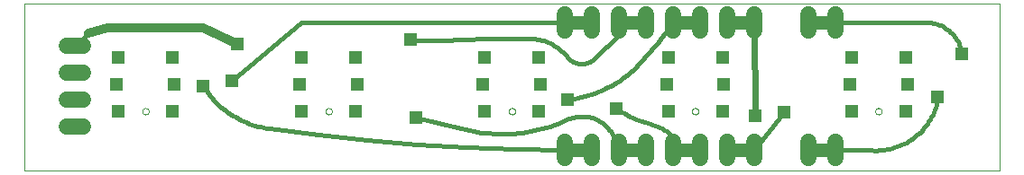
<source format=gtl>
G75*
%MOIN*%
%OFA0B0*%
%FSLAX24Y24*%
%IPPOS*%
%LPD*%
%AMOC8*
5,1,8,0,0,1.08239X$1,22.5*
%
%ADD10C,0.0000*%
%ADD11R,0.0515X0.0515*%
%ADD12C,0.0600*%
%ADD13C,0.0500*%
%ADD14C,0.0160*%
%ADD15R,0.0472X0.0472*%
%ADD16C,0.0240*%
%ADD17C,0.0320*%
D10*
X000100Y000123D02*
X000100Y006331D01*
X036124Y006331D01*
X036124Y000123D01*
X000100Y000123D01*
X004451Y002335D02*
X004453Y002356D01*
X004459Y002376D01*
X004468Y002396D01*
X004480Y002413D01*
X004495Y002427D01*
X004513Y002439D01*
X004533Y002447D01*
X004553Y002452D01*
X004574Y002453D01*
X004595Y002450D01*
X004615Y002444D01*
X004634Y002433D01*
X004651Y002420D01*
X004664Y002404D01*
X004675Y002386D01*
X004683Y002366D01*
X004687Y002346D01*
X004687Y002324D01*
X004683Y002304D01*
X004675Y002284D01*
X004664Y002266D01*
X004651Y002250D01*
X004634Y002237D01*
X004615Y002226D01*
X004595Y002220D01*
X004574Y002217D01*
X004553Y002218D01*
X004533Y002223D01*
X004513Y002231D01*
X004495Y002243D01*
X004480Y002257D01*
X004468Y002274D01*
X004459Y002294D01*
X004453Y002314D01*
X004451Y002335D01*
X011222Y002335D02*
X011224Y002356D01*
X011230Y002376D01*
X011239Y002396D01*
X011251Y002413D01*
X011266Y002427D01*
X011284Y002439D01*
X011304Y002447D01*
X011324Y002452D01*
X011345Y002453D01*
X011366Y002450D01*
X011386Y002444D01*
X011405Y002433D01*
X011422Y002420D01*
X011435Y002404D01*
X011446Y002386D01*
X011454Y002366D01*
X011458Y002346D01*
X011458Y002324D01*
X011454Y002304D01*
X011446Y002284D01*
X011435Y002266D01*
X011422Y002250D01*
X011405Y002237D01*
X011386Y002226D01*
X011366Y002220D01*
X011345Y002217D01*
X011324Y002218D01*
X011304Y002223D01*
X011284Y002231D01*
X011266Y002243D01*
X011251Y002257D01*
X011239Y002274D01*
X011230Y002294D01*
X011224Y002314D01*
X011222Y002335D01*
X017994Y002335D02*
X017996Y002356D01*
X018002Y002376D01*
X018011Y002396D01*
X018023Y002413D01*
X018038Y002427D01*
X018056Y002439D01*
X018076Y002447D01*
X018096Y002452D01*
X018117Y002453D01*
X018138Y002450D01*
X018158Y002444D01*
X018177Y002433D01*
X018194Y002420D01*
X018207Y002404D01*
X018218Y002386D01*
X018226Y002366D01*
X018230Y002346D01*
X018230Y002324D01*
X018226Y002304D01*
X018218Y002284D01*
X018207Y002266D01*
X018194Y002250D01*
X018177Y002237D01*
X018158Y002226D01*
X018138Y002220D01*
X018117Y002217D01*
X018096Y002218D01*
X018076Y002223D01*
X018056Y002231D01*
X018038Y002243D01*
X018023Y002257D01*
X018011Y002274D01*
X018002Y002294D01*
X017996Y002314D01*
X017994Y002335D01*
X024765Y002335D02*
X024767Y002356D01*
X024773Y002376D01*
X024782Y002396D01*
X024794Y002413D01*
X024809Y002427D01*
X024827Y002439D01*
X024847Y002447D01*
X024867Y002452D01*
X024888Y002453D01*
X024909Y002450D01*
X024929Y002444D01*
X024948Y002433D01*
X024965Y002420D01*
X024978Y002404D01*
X024989Y002386D01*
X024997Y002366D01*
X025001Y002346D01*
X025001Y002324D01*
X024997Y002304D01*
X024989Y002284D01*
X024978Y002266D01*
X024965Y002250D01*
X024948Y002237D01*
X024929Y002226D01*
X024909Y002220D01*
X024888Y002217D01*
X024867Y002218D01*
X024847Y002223D01*
X024827Y002231D01*
X024809Y002243D01*
X024794Y002257D01*
X024782Y002274D01*
X024773Y002294D01*
X024767Y002314D01*
X024765Y002335D01*
X031537Y002335D02*
X031539Y002356D01*
X031545Y002376D01*
X031554Y002396D01*
X031566Y002413D01*
X031581Y002427D01*
X031599Y002439D01*
X031619Y002447D01*
X031639Y002452D01*
X031660Y002453D01*
X031681Y002450D01*
X031701Y002444D01*
X031720Y002433D01*
X031737Y002420D01*
X031750Y002404D01*
X031761Y002386D01*
X031769Y002366D01*
X031773Y002346D01*
X031773Y002324D01*
X031769Y002304D01*
X031761Y002284D01*
X031750Y002266D01*
X031737Y002250D01*
X031720Y002237D01*
X031701Y002226D01*
X031681Y002220D01*
X031660Y002217D01*
X031639Y002218D01*
X031619Y002223D01*
X031599Y002231D01*
X031581Y002243D01*
X031566Y002257D01*
X031554Y002274D01*
X031545Y002294D01*
X031539Y002314D01*
X031537Y002335D01*
D11*
X030655Y002335D03*
X032655Y002335D03*
X032718Y003335D03*
X030592Y003335D03*
X025946Y003335D03*
X023820Y003335D03*
X019175Y003335D03*
X017049Y003335D03*
X012403Y003335D03*
X010277Y003335D03*
X005631Y003335D03*
X003506Y003335D03*
X003569Y004335D03*
X005569Y004335D03*
X010340Y004335D03*
X012340Y004335D03*
X017112Y004335D03*
X019112Y004335D03*
X023883Y004335D03*
X025883Y004335D03*
X030655Y004335D03*
X032655Y004335D03*
X025883Y002335D03*
X023883Y002335D03*
X019112Y002335D03*
X017112Y002335D03*
X012340Y002335D03*
X010340Y002335D03*
X005569Y002335D03*
X003569Y002335D03*
D12*
X002270Y002772D02*
X001670Y002772D01*
X001670Y001772D02*
X002270Y001772D01*
X002270Y003772D02*
X001670Y003772D01*
X001670Y004772D02*
X002270Y004772D01*
X020074Y005323D02*
X020074Y005923D01*
X021074Y005923D02*
X021074Y005323D01*
X022074Y005323D02*
X022074Y005923D01*
X023074Y005923D02*
X023074Y005323D01*
X024074Y005323D02*
X024074Y005923D01*
X025074Y005923D02*
X025074Y005323D01*
X026074Y005323D02*
X026074Y005923D01*
X027074Y005923D02*
X027074Y005323D01*
X029074Y005323D02*
X029074Y005923D01*
X030074Y005923D02*
X030074Y005323D01*
X030074Y001210D02*
X030074Y000610D01*
X029074Y000610D02*
X029074Y001210D01*
X027074Y001210D02*
X027074Y000610D01*
X026074Y000610D02*
X026074Y001210D01*
X025074Y001210D02*
X025074Y000610D01*
X024074Y000610D02*
X024074Y001210D01*
X023074Y001210D02*
X023074Y000610D01*
X022074Y000610D02*
X022074Y001210D01*
X021074Y001210D02*
X021074Y000610D01*
X020074Y000610D02*
X020074Y001210D01*
D13*
X020074Y000910D02*
X021074Y000910D01*
X022074Y000910D02*
X023074Y000910D01*
X024074Y000910D02*
X025074Y000910D01*
X026074Y000910D02*
X027074Y000910D01*
X029074Y000910D02*
X030074Y000910D01*
X030074Y005623D02*
X029074Y005623D01*
X027074Y005623D02*
X026074Y005623D01*
X025074Y005623D02*
X024074Y005623D01*
X023074Y005623D02*
X022074Y005623D01*
X021074Y005623D02*
X020074Y005623D01*
D14*
X011923Y005623D01*
X011911Y005634D01*
X010336Y005634D01*
X007777Y003469D01*
X002462Y005241D02*
X001970Y004772D01*
X006695Y003272D02*
X006755Y003178D01*
X006819Y003087D01*
X006886Y002997D01*
X006956Y002909D01*
X007028Y002824D01*
X007103Y002742D01*
X007181Y002661D01*
X007262Y002584D01*
X007345Y002509D01*
X007430Y002437D01*
X007518Y002367D01*
X007608Y002301D01*
X007700Y002238D01*
X007795Y002178D01*
X007891Y002120D01*
X007989Y002066D01*
X008088Y002016D01*
X008190Y001968D01*
X008292Y001924D01*
X008397Y001884D01*
X008502Y001846D01*
X008609Y001813D01*
X008716Y001783D01*
X008825Y001756D01*
X008934Y001733D01*
X009044Y001713D01*
X009155Y001698D01*
X014569Y002091D02*
X016242Y001697D01*
X020080Y001993D02*
X020142Y002025D01*
X020206Y002053D01*
X020271Y002078D01*
X020338Y002099D01*
X020406Y002117D01*
X020474Y002131D01*
X020543Y002141D01*
X020613Y002147D01*
X020683Y002150D01*
X020753Y002149D01*
X020822Y002143D01*
X020892Y002134D01*
X020960Y002122D01*
X021028Y002105D01*
X021095Y002085D01*
X021161Y002061D01*
X021225Y002033D01*
X021288Y002002D01*
X021349Y001968D01*
X021408Y001930D01*
X021464Y001889D01*
X021519Y001846D01*
X021571Y001799D01*
X021620Y001749D01*
X021666Y001697D01*
X021710Y001642D01*
X021750Y001585D01*
X021788Y001526D01*
X021822Y001465D01*
X021852Y001402D01*
X022074Y000910D01*
X022049Y001058D01*
X023820Y001599D02*
X023858Y001574D01*
X023893Y001546D01*
X023926Y001515D01*
X023955Y001481D01*
X023982Y001445D01*
X024006Y001407D01*
X024027Y001366D01*
X024043Y001325D01*
X024057Y001282D01*
X024066Y001238D01*
X024072Y001193D01*
X024074Y001148D01*
X024074Y000910D01*
X027074Y000910D02*
X028151Y002288D01*
X031202Y000910D02*
X031297Y000897D01*
X031393Y000889D01*
X031489Y000884D01*
X031585Y000883D01*
X031681Y000886D01*
X031776Y000894D01*
X031872Y000905D01*
X031966Y000920D01*
X032060Y000939D01*
X032154Y000962D01*
X032246Y000988D01*
X032337Y001019D01*
X032426Y001053D01*
X032515Y001091D01*
X032601Y001132D01*
X032686Y001177D01*
X032769Y001226D01*
X032849Y001277D01*
X032928Y001333D01*
X033004Y001391D01*
X033078Y001452D01*
X033149Y001517D01*
X033217Y001584D01*
X033283Y001654D01*
X033345Y001727D01*
X033405Y001802D01*
X033461Y001880D01*
X033514Y001960D01*
X033564Y002042D01*
X033610Y002126D01*
X033653Y002211D01*
X033692Y002299D01*
X033728Y002388D01*
X033760Y002479D01*
X033788Y002570D01*
X033812Y002663D01*
X033833Y002757D01*
X033849Y002851D01*
X034746Y004453D02*
X034734Y004525D01*
X034718Y004596D01*
X034698Y004666D01*
X034675Y004735D01*
X034648Y004803D01*
X034618Y004869D01*
X034584Y004934D01*
X034547Y004996D01*
X034506Y005057D01*
X034463Y005115D01*
X034416Y005172D01*
X034367Y005225D01*
X034315Y005276D01*
X034260Y005324D01*
X034203Y005370D01*
X034144Y005412D01*
X034082Y005451D01*
X034019Y005487D01*
X033953Y005519D01*
X033887Y005548D01*
X033818Y005573D01*
X033749Y005595D01*
X033678Y005613D01*
X033607Y005627D01*
X033535Y005638D01*
X033462Y005645D01*
X033389Y005648D01*
X033316Y005647D01*
X033244Y005642D01*
X033171Y005634D01*
X030086Y005634D01*
X030086Y005635D02*
X030081Y005634D01*
X030078Y005631D01*
X030075Y005628D01*
X030074Y005623D01*
X023132Y001894D02*
X023018Y001927D01*
X022906Y001963D01*
X022795Y002003D01*
X022685Y002047D01*
X022577Y002094D01*
X022470Y002144D01*
X022365Y002198D01*
X022262Y002255D01*
X022161Y002316D01*
X022061Y002380D01*
X021964Y002447D01*
X020170Y004336D02*
X020117Y004402D01*
X020060Y004465D01*
X020001Y004525D01*
X019939Y004582D01*
X019875Y004637D01*
X019808Y004689D01*
X019739Y004737D01*
X019668Y004782D01*
X019594Y004824D01*
X019519Y004862D01*
X019442Y004897D01*
X019364Y004929D01*
X019284Y004956D01*
X019203Y004980D01*
X019121Y005000D01*
X019039Y005017D01*
X018955Y005029D01*
X018871Y005038D01*
X018787Y005043D01*
X018702Y005044D01*
X020170Y004336D02*
X020204Y004298D01*
X020241Y004263D01*
X020280Y004230D01*
X020322Y004201D01*
X020366Y004175D01*
X020412Y004153D01*
X020459Y004134D01*
X020508Y004119D01*
X020558Y004107D01*
X020608Y004100D01*
X020659Y004096D01*
X020711Y004097D01*
X020761Y004101D01*
X020812Y004109D01*
X020861Y004121D01*
X020910Y004137D01*
X020957Y004157D01*
X021003Y004180D01*
X021046Y004206D01*
X021088Y004236D01*
X021127Y004269D01*
X021163Y004305D01*
X021163Y004306D02*
X022074Y005168D01*
X022074Y005623D01*
X023919Y005438D02*
X024074Y005623D01*
X023033Y004355D02*
X022951Y004255D01*
X022866Y004158D01*
X022778Y004063D01*
X022687Y003971D01*
X022594Y003882D01*
X022498Y003796D01*
X022399Y003713D01*
X022298Y003633D01*
X022194Y003556D01*
X022088Y003482D01*
X021980Y003411D01*
X021869Y003344D01*
X021757Y003280D01*
X021643Y003220D01*
X021527Y003163D01*
X021409Y003110D01*
X021290Y003060D01*
X021169Y003014D01*
X021047Y002972D01*
X020924Y002933D01*
X020800Y002898D01*
X020674Y002867D01*
X020548Y002840D01*
X020421Y002817D01*
X020293Y002798D01*
X020165Y002782D01*
X030074Y000910D02*
X031202Y000910D01*
X023820Y001599D02*
X023739Y001646D01*
X023656Y001691D01*
X023572Y001732D01*
X023486Y001771D01*
X023399Y001806D01*
X023311Y001839D01*
X023221Y001868D01*
X023131Y001894D01*
X018703Y005044D02*
X017399Y005029D01*
X016095Y004994D01*
X016242Y001697D02*
X016389Y001660D01*
X016536Y001627D01*
X016684Y001597D01*
X016832Y001572D01*
X016982Y001550D01*
X017132Y001532D01*
X017282Y001518D01*
X017433Y001508D01*
X017583Y001502D01*
X017734Y001500D01*
X017885Y001502D01*
X018036Y001507D01*
X018187Y001517D01*
X018337Y001531D01*
X018487Y001548D01*
X018636Y001569D01*
X018785Y001595D01*
X018933Y001624D01*
X019081Y001657D01*
X019227Y001693D01*
X019372Y001734D01*
X019517Y001778D01*
X019660Y001826D01*
X019801Y001878D01*
X019942Y001934D01*
X020081Y001993D01*
X023033Y004355D02*
X023190Y004527D01*
X023344Y004703D01*
X023493Y004882D01*
X023639Y005064D01*
X023781Y005249D01*
X023919Y005438D01*
X020074Y000910D02*
X018248Y000932D01*
X016423Y000998D01*
X014600Y001107D01*
X012781Y001260D01*
X010965Y001457D01*
X009155Y001697D01*
X014372Y004995D02*
X014716Y004980D01*
X015061Y004972D01*
X015405Y004972D01*
X015750Y004980D01*
X016094Y004995D01*
D15*
X014372Y004995D03*
X007974Y004847D03*
X007777Y003469D03*
X006694Y003272D03*
X014569Y002091D03*
X020165Y002782D03*
X021964Y002447D03*
X027092Y002167D03*
X028151Y002288D03*
X033849Y002851D03*
X034746Y004453D03*
D16*
X027074Y005623D02*
X027092Y002167D01*
X024067Y005615D02*
X024074Y005623D01*
D17*
X007974Y004847D02*
X006694Y005438D01*
X003151Y005438D01*
X002462Y005241D01*
M02*

</source>
